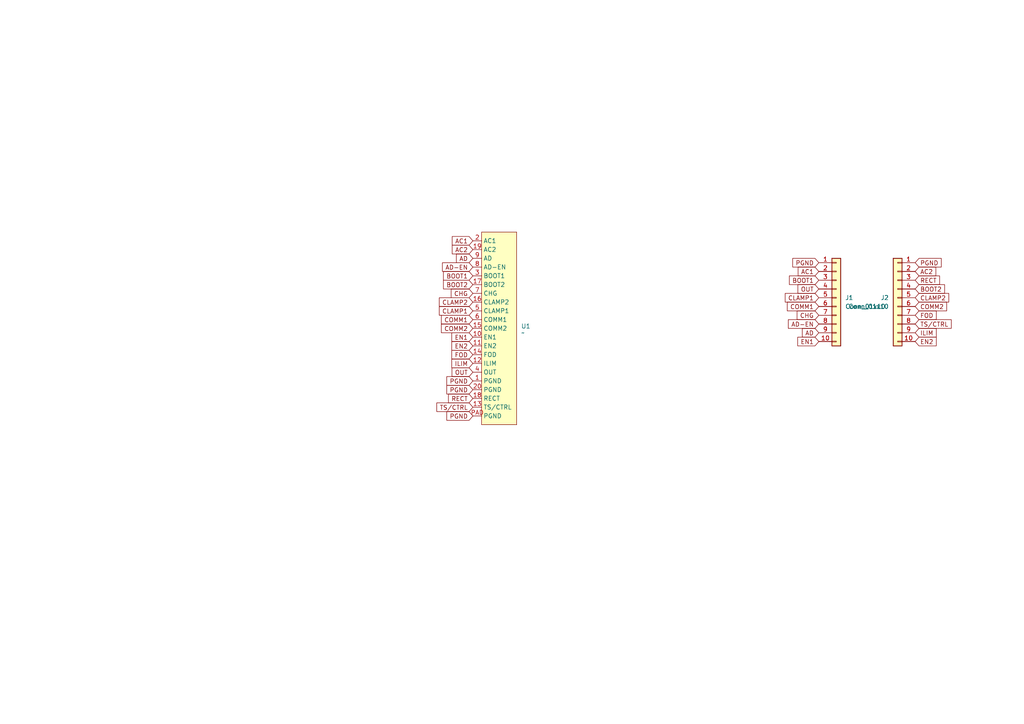
<source format=kicad_sch>
(kicad_sch (version 20231120) (generator "eeschema") (generator_version "8.0")
  (paper "A4")
  (lib_symbols
    (symbol "Connector_Generic:Conn_01x10" (pin_names (offset 1.016) hide)
      (property "Reference" "J" (at 0 12.7 0))
      (property "Value" "Conn_01x10" (at 0 -15.24 0))
      (symbol "Conn_01x10_1_1"
        (rectangle (start -1.27 -12.573) (end 0 -12.827) (stroke (width 0.1524)))
        (rectangle (start -1.27 -10.033) (end 0 -10.287) (stroke (width 0.1524)))
        (rectangle (start -1.27 -7.493) (end 0 -7.747) (stroke (width 0.1524)))
        (rectangle (start -1.27 -4.953) (end 0 -5.207) (stroke (width 0.1524)))
        (rectangle (start -1.27 -2.413) (end 0 -2.667) (stroke (width 0.1524)))
        (rectangle (start -1.27 0.127) (end 0 -0.127) (stroke (width 0.1524)))
        (rectangle (start -1.27 2.667) (end 0 2.413) (stroke (width 0.1524)))
        (rectangle (start -1.27 5.207) (end 0 4.953) (stroke (width 0.1524)))
        (rectangle (start -1.27 7.747) (end 0 7.493) (stroke (width 0.1524)))
        (rectangle (start -1.27 10.287) (end 0 10.033) (stroke (width 0.1524)))
        (rectangle (start -1.27 11.43) (end 1.27 -13.97) (stroke (width 0.254)) (fill (type background)))
        (pin passive line (at -5.08 10.16 0) (length 3.81) (name "Pin_1") (number "1"))
        (pin passive line (at -5.08 -12.7 0) (length 3.81) (name "Pin_10") (number "10"))
        (pin passive line (at -5.08 7.62 0) (length 3.81) (name "Pin_2") (number "2"))
        (pin passive line (at -5.08 5.08 0) (length 3.81) (name "Pin_3") (number "3"))
        (pin passive line (at -5.08 2.54 0) (length 3.81) (name "Pin_4") (number "4"))
        (pin passive line (at -5.08 0 0) (length 3.81) (name "Pin_5") (number "5"))
        (pin passive line (at -5.08 -2.54 0) (length 3.81) (name "Pin_6") (number "6"))
        (pin passive line (at -5.08 -5.08 0) (length 3.81) (name "Pin_7") (number "7"))
        (pin passive line (at -5.08 -7.62 0) (length 3.81) (name "Pin_8") (number "8"))
        (pin passive line (at -5.08 -10.16 0) (length 3.81) (name "Pin_9") (number "9"))
      )
    )
    (symbol "NobleCrafted:BQ51013B"
      (property "Reference" "U" (at 0 -15.24 0))
      (symbol "BQ51013B_0_0"
        (pin unspecified line (at 0 -40.64 0) (length 2.54) (name "PGND") (number "1"))
        (pin unspecified line (at 0 -27.94 0) (length 2.54) (name "EN1") (number "10"))
        (pin unspecified line (at 0 -30.48 0) (length 2.54) (name "EN2") (number "11"))
        (pin unspecified line (at 0 -35.56 0) (length 2.54) (name "ILIM") (number "12"))
        (pin unspecified line (at 0 -48.26 0) (length 2.54) (name "TS/CTRL") (number "13"))
        (pin unspecified line (at 0 -33.02 0) (length 2.54) (name "FOD") (number "14"))
        (pin unspecified line (at 0 -25.4 0) (length 2.54) (name "COMM2") (number "15"))
        (pin unspecified line (at 0 -17.78 0) (length 2.54) (name "CLAMP2") (number "16"))
        (pin unspecified line (at 0 -12.7 0) (length 2.54) (name "BOOT2") (number "17"))
        (pin unspecified line (at 0 -45.72 0) (length 2.54) (name "RECT") (number "18"))
        (pin unspecified line (at 0 -2.54 0) (length 2.54) (name "AC2") (number "19"))
        (pin unspecified line (at 0 0 0) (length 2.54) (name "AC1") (number "2"))
        (pin unspecified line (at 0 -43.18 0) (length 2.54) (name "PGND") (number "20"))
        (pin unspecified line (at 0 -10.16 0) (length 2.54) (name "BOOT1") (number "3"))
        (pin unspecified line (at 0 -38.1 0) (length 2.54) (name "OUT") (number "4"))
        (pin unspecified line (at 0 -20.32 0) (length 2.54) (name "CLAMP1") (number "5"))
        (pin unspecified line (at 0 -22.86 0) (length 2.54) (name "COMM1") (number "6"))
        (pin unspecified line (at 0 -15.24 0) (length 2.54) (name "CHG") (number "7"))
        (pin unspecified line (at 0 -7.62 0) (length 2.54) (name "AD-EN") (number "8"))
        (pin unspecified line (at 0 -5.08 0) (length 2.54) (name "AD") (number "9"))
        (pin unspecified line (at 0 -50.8 0) (length 2.54) (name "PGND") (number "PAD"))
      )
      (symbol "BQ51013B_1_1"
        (rectangle (start 2.54 2.54) (end 12.7 -53.34) (fill (type background)))
      )
    )
  )
  (global_label "COMM2" (shape input) (at 137.16 95.25 180) (property "Intersheetrefs" "${INTERSHEET_REFS}" (effects (hide yes))))
  (global_label "BOOT1" (shape input) (at 137.16 80.01 180) (property "Intersheetrefs" "${INTERSHEET_REFS}" (effects (hide yes))))
  (global_label "AC2" (shape input) (at 265.43 78.74 0) (property "Intersheetrefs" "${INTERSHEET_REFS}" (effects (hide yes))))
  (global_label "CLAMP1" (shape input) (at 237.49 86.36 180) (property "Intersheetrefs" "${INTERSHEET_REFS}" (effects (hide yes))))
  (global_label "TS{slash}CTRL" (shape input) (at 265.43 93.98 0) (property "Intersheetrefs" "${INTERSHEET_REFS}" (effects (hide yes))))
  (global_label "AD" (shape input) (at 137.16 74.93 180) (property "Intersheetrefs" "${INTERSHEET_REFS}" (effects (hide yes))))
  (global_label "CLAMP2" (shape input) (at 265.43 86.36 0) (property "Intersheetrefs" "${INTERSHEET_REFS}" (effects (hide yes))))
  (global_label "CHG" (shape input) (at 137.16 85.09 180) (property "Intersheetrefs" "${INTERSHEET_REFS}" (effects (hide yes))))
  (global_label "PGND" (shape input) (at 137.16 113.03 180) (property "Intersheetrefs" "${INTERSHEET_REFS}" (effects (hide yes))))
  (global_label "PGND" (shape input) (at 237.49 76.2 180) (property "Intersheetrefs" "${INTERSHEET_REFS}" (effects (hide yes))))
  (global_label "PGND" (shape input) (at 137.16 120.65 180) (property "Intersheetrefs" "${INTERSHEET_REFS}" (effects (hide yes))))
  (global_label "AD-EN" (shape input) (at 137.16 77.47 180) (property "Intersheetrefs" "${INTERSHEET_REFS}" (effects (hide yes))))
  (global_label "EN1" (shape input) (at 237.49 99.06 180) (property "Intersheetrefs" "${INTERSHEET_REFS}" (effects (hide yes))))
  (global_label "COMM1" (shape input) (at 137.16 92.71 180) (property "Intersheetrefs" "${INTERSHEET_REFS}" (effects (hide yes))))
  (global_label "AD-EN" (shape input) (at 237.49 93.98 180) (property "Intersheetrefs" "${INTERSHEET_REFS}" (effects (hide yes))))
  (global_label "FOD" (shape input) (at 137.16 102.87 180) (property "Intersheetrefs" "${INTERSHEET_REFS}" (effects (hide yes))))
  (global_label "TS{slash}CTRL" (shape input) (at 137.16 118.11 180) (property "Intersheetrefs" "${INTERSHEET_REFS}" (effects (hide yes))))
  (global_label "EN2" (shape input) (at 265.43 99.06 0) (property "Intersheetrefs" "${INTERSHEET_REFS}" (effects (hide yes))))
  (global_label "CLAMP2" (shape input) (at 137.16 87.63 180) (property "Intersheetrefs" "${INTERSHEET_REFS}" (effects (hide yes))))
  (global_label "OUT" (shape input) (at 137.16 107.95 180) (property "Intersheetrefs" "${INTERSHEET_REFS}" (effects (hide yes))))
  (global_label "CLAMP1" (shape input) (at 137.16 90.17 180) (property "Intersheetrefs" "${INTERSHEET_REFS}" (effects (hide yes))))
  (global_label "RECT" (shape input) (at 265.43 81.28 0) (property "Intersheetrefs" "${INTERSHEET_REFS}" (effects (hide yes))))
  (global_label "BOOT2" (shape input) (at 265.43 83.82 0) (property "Intersheetrefs" "${INTERSHEET_REFS}" (effects (hide yes))))
  (global_label "EN1" (shape input) (at 137.16 97.79 180) (property "Intersheetrefs" "${INTERSHEET_REFS}" (effects (hide yes))))
  (global_label "COMM2" (shape input) (at 265.43 88.9 0) (property "Intersheetrefs" "${INTERSHEET_REFS}" (effects (hide yes))))
  (global_label "CHG" (shape input) (at 237.49 91.44 180) (property "Intersheetrefs" "${INTERSHEET_REFS}" (effects (hide yes))))
  (global_label "BOOT2" (shape input) (at 137.16 82.55 180) (property "Intersheetrefs" "${INTERSHEET_REFS}" (effects (hide yes))))
  (global_label "RECT" (shape input) (at 137.16 115.57 180) (property "Intersheetrefs" "${INTERSHEET_REFS}" (effects (hide yes))))
  (global_label "ILIM" (shape input) (at 137.16 105.41 180) (property "Intersheetrefs" "${INTERSHEET_REFS}" (effects (hide yes))))
  (global_label "AC1" (shape input) (at 237.49 78.74 180) (property "Intersheetrefs" "${INTERSHEET_REFS}" (effects (hide yes))))
  (global_label "PGND" (shape input) (at 137.16 110.49 180) (property "Intersheetrefs" "${INTERSHEET_REFS}" (effects (hide yes))))
  (global_label "EN2" (shape input) (at 137.16 100.33 180) (property "Intersheetrefs" "${INTERSHEET_REFS}" (effects (hide yes))))
  (global_label "FOD" (shape input) (at 265.43 91.44 0) (property "Intersheetrefs" "${INTERSHEET_REFS}" (effects (hide yes))))
  (global_label "PGND" (shape input) (at 265.43 76.2 0) (property "Intersheetrefs" "${INTERSHEET_REFS}" (effects (hide yes))))
  (global_label "AD" (shape input) (at 237.49 96.52 180) (property "Intersheetrefs" "${INTERSHEET_REFS}" (effects (hide yes))))
  (global_label "COMM1" (shape input) (at 237.49 88.9 180) (property "Intersheetrefs" "${INTERSHEET_REFS}" (effects (hide yes))))
  (global_label "OUT" (shape input) (at 237.49 83.82 180) (property "Intersheetrefs" "${INTERSHEET_REFS}" (effects (hide yes))))
  (global_label "AC2" (shape input) (at 137.16 72.39 180) (property "Intersheetrefs" "${INTERSHEET_REFS}" (effects (hide yes))))
  (global_label "AC1" (shape input) (at 137.16 69.85 180) (property "Intersheetrefs" "${INTERSHEET_REFS}" (effects (hide yes))))
  (global_label "BOOT1" (shape input) (at 237.49 81.28 180) (property "Intersheetrefs" "${INTERSHEET_REFS}" (effects (hide yes))))
  (global_label "ILIM" (shape input) (at 265.43 96.52 0) (property "Intersheetrefs" "${INTERSHEET_REFS}" (effects (hide yes))))
  (symbol (lib_id "Connector_Generic:Conn_01x10") (at 242.57 86.36 0) (unit 1)
    (property "Reference" "J1" (at 245.11 86.3599 0) (effects (justify left)))
    (property "Value" "Conn_01x10" (at 245.11 88.8999 0) (effects (justify left)))
    (property "Footprint" "Connector_PinHeader_2.54mm:PinHeader_1x10_P2.54mm_Vertical" (effects (hide yes)))
    (property "Description" "Generic connector, single row, 01x10, script generated (kicad-library-utils/schlib/autogen/connector/)" (effects (hide yes)))
  )
  (symbol (lib_id "NobleCrafted:BQ51013B") (at 137.16 69.85 0) (unit 1)
    (property "Reference" "U1" (at 151.13 94.6149 0) (effects (justify left)))
    (property "Value" "~" (at 151.13 96.52 0) (effects (justify left)))
    (property "Footprint" "Package_DFN_QFN:Texas_VQFN-RHL-20" (effects (hide yes)))
  )
  (symbol (lib_id "Connector_Generic:Conn_01x10") (at 260.35 86.36 0) (mirror y) (unit 1)
    (property "Reference" "J2" (at 257.81 86.3599 0) (effects (justify left)))
    (property "Value" "Conn_01x10" (at 257.81 88.8999 0) (effects (justify left)))
    (property "Footprint" "Connector_PinHeader_2.54mm:PinHeader_1x10_P2.54mm_Vertical" (effects (hide yes)))
    (property "Description" "Generic connector, single row, 01x10, script generated (kicad-library-utils/schlib/autogen/connector/)" (effects (hide yes)))
  )
)
</source>
